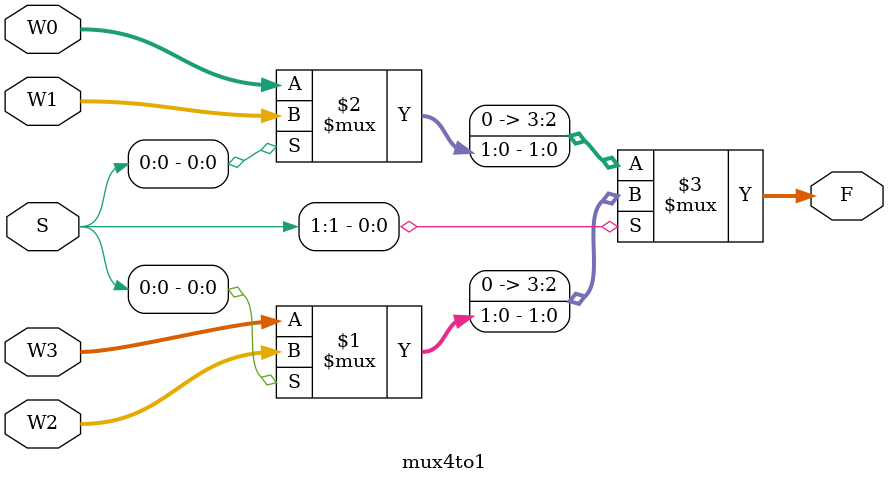
<source format=v>
module mux4to1(input [1:0] W0, input [1:0] W1, input [1:0] W2, input [1:0] W3, input [1:0] S, output [3:0] F);
	
	assign F = S[1] ? (S[0] ? W2 : W3) : (S[0] ? W1 : W0);

endmodule
</source>
